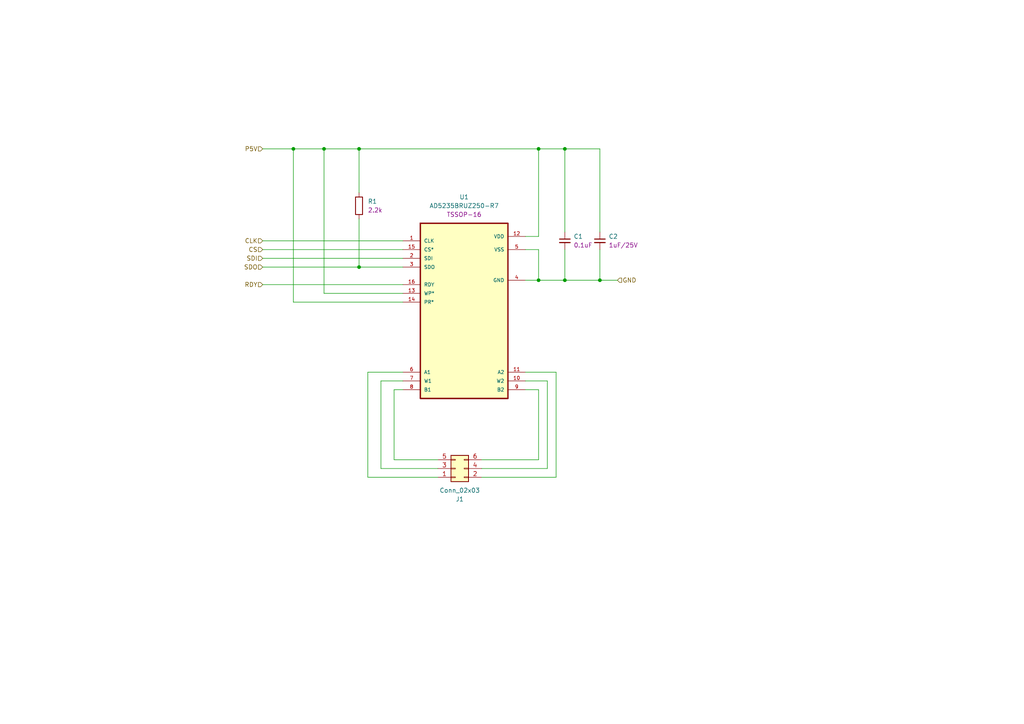
<source format=kicad_sch>
(kicad_sch (version 20230121) (generator eeschema)
  (paper "A4")
  (lib_symbols
    (symbol "Analog_local:AD5235BRUZ250-R7" (pin_names (offset 1.016))
      (property "Reference" "U" (at -4.4583 25.2979 0))
      (property "Value" "AD5235BRUZ250-R7" (at -5.2984 -31.2298 0))
      (property "PACKAGE" "TSSOP-16" (at 6.35 52.07 0))
      (symbol "AD5235BRUZ250-R7_0_0"
        (rectangle (start -12.7 -27.94) (end 12.7 22.86) (stroke (width 0.4064)) (fill (type background)))
        (pin passive line (at -17.78 17.78 0) (length 5.08) (name "CLK") (number "1"))
        (pin passive line (at 17.78 -22.86 180) (length 5.08) (name "W2") (number "10"))
        (pin passive line (at 17.78 -20.32 180) (length 5.08) (name "A2") (number "11"))
        (pin power_in line (at 17.78 19.05 180) (length 5.08) (name "VDD") (number "12"))
        (pin passive line (at -17.78 2.54 0) (length 5.08) (name "WP*") (number "13"))
        (pin passive line (at -17.78 0 0) (length 5.08) (name "PR*") (number "14"))
        (pin passive line (at -17.78 15.24 0) (length 5.08) (name "CS*") (number "15"))
        (pin passive line (at -17.78 5.08 0) (length 5.08) (name "RDY") (number "16"))
        (pin passive line (at -17.78 12.7 0) (length 5.08) (name "SDI") (number "2"))
        (pin passive line (at -17.78 10.16 0) (length 5.08) (name "SDO") (number "3"))
        (pin passive line (at 17.78 6.35 180) (length 5.08) (name "GND") (number "4"))
        (pin power_in line (at 17.78 15.24 180) (length 5.08) (name "VSS") (number "5"))
        (pin passive line (at -17.78 -20.32 0) (length 5.08) (name "A1") (number "6"))
        (pin passive line (at -17.78 -22.86 0) (length 5.08) (name "W1") (number "7"))
        (pin passive line (at -17.78 -25.4 0) (length 5.08) (name "B1") (number "8"))
        (pin passive line (at 17.78 -25.4 180) (length 5.08) (name "B2") (number "9"))
      )
    )
    (symbol "PCM_4ms_Capacitor:100nF_0603_16V" (pin_numbers hide) (pin_names (offset 0.254) hide)
      (property "Reference" "C" (at 1.905 1.27 0))
      (property "Display" "0.1uF" (at 1.905 -1.27 0))
      (symbol "100nF_0603_16V_0_1"
        (polyline (pts (xy -1.524 -0.508) (xy 1.524 -0.508)) (stroke (width 0.3302)))
        (polyline (pts (xy -1.524 0.508) (xy 1.524 0.508)) (stroke (width 0.3048)))
      )
      (symbol "100nF_0603_16V_1_1"
        (pin passive line (at 0 2.54 270) (length 2.032) (name "~") (number "1"))
        (pin passive line (at 0 -2.54 90) (length 2.032) (name "~") (number "2"))
      )
    )
    (symbol "PCM_4ms_Capacitor:1uF_0603_25V" (pin_numbers hide) (pin_names (offset 0.254) hide)
      (property "Reference" "C" (at 1.905 1.27 0))
      (property "Display" "1uF/25V" (at 1.905 -1.27 0))
      (symbol "1uF_0603_25V_0_1"
        (polyline (pts (xy -1.524 -0.508) (xy 1.524 -0.508)) (stroke (width 0.3302)))
        (polyline (pts (xy -1.524 0.508) (xy 1.524 0.508)) (stroke (width 0.3048)))
      )
      (symbol "1uF_0603_25V_1_1"
        (pin passive line (at 0 2.54 270) (length 2.032) (name "~") (number "1"))
        (pin passive line (at 0 -2.54 90) (length 2.032) (name "~") (number "2"))
      )
    )
    (symbol "PCM_4ms_Connector:Conn_02x03" (pin_names (offset 0.0254) hide)
      (property "Reference" "J" (at 0 5.08 0))
      (property "Value" "Conn_02x03" (at 0 7.62 0))
      (symbol "Conn_02x03_0_1"
        (rectangle (start -2.54 -2.413) (end -1.27 -2.667) (stroke (width 0.1524)))
        (rectangle (start -2.54 0.127) (end -1.27 -0.127) (stroke (width 0.1524)))
        (rectangle (start -2.54 2.667) (end -1.27 2.413) (stroke (width 0.1524)))
        (rectangle (start -2.54 3.81) (end 2.54 -3.81) (stroke (width 0.254)) (fill (type background)))
        (rectangle (start 1.27 -2.413) (end 2.54 -2.667) (stroke (width 0.1524)))
        (rectangle (start 1.27 0.127) (end 2.54 -0.127) (stroke (width 0.1524)))
        (rectangle (start 1.27 2.667) (end 2.54 2.413) (stroke (width 0.1524)))
      )
      (symbol "Conn_02x03_1_1"
        (pin passive line (at -6.35 2.54 0) (length 3.81) (name "+12V") (number "1"))
        (pin passive line (at 6.35 2.54 180) (length 3.81) (name "+12V") (number "2"))
        (pin passive line (at -6.35 0 0) (length 3.81) (name "GND") (number "3"))
        (pin passive line (at 6.35 0 180) (length 3.81) (name "GND") (number "4"))
        (pin passive line (at -6.35 -2.54 0) (length 3.81) (name "GND") (number "5"))
        (pin passive line (at 6.35 -2.54 180) (length 3.81) (name "GND") (number "6"))
      )
    )
    (symbol "PCM_4ms_Resistor:2.2k_0603" (pin_numbers hide) (pin_names (offset 0))
      (property "Reference" "R" (at 2.032 0 90))
      (property "Display" "2.2k" (at 3.81 0 90))
      (symbol "2.2k_0603_0_1"
        (rectangle (start -1.016 -2.54) (end 1.016 2.54) (stroke (width 0.254)))
      )
      (symbol "2.2k_0603_1_1"
        (pin passive line (at 0 3.81 270) (length 1.27) (name "~") (number "1"))
        (pin passive line (at 0 -3.81 90) (length 1.27) (name "~") (number "2"))
      )
    )
  )
  (junction (at 173.99 81.28))
  (junction (at 156.21 43.18))
  (junction (at 85.09 43.18))
  (junction (at 104.14 43.18))
  (junction (at 156.21 81.28))
  (junction (at 163.83 81.28))
  (junction (at 163.83 43.18))
  (junction (at 104.14 77.47))
  (junction (at 93.98 43.18))
  (wire (pts (xy 76.2 72.39) (xy 116.84 72.39)))
  (wire (pts (xy 127 135.89) (xy 110.49 135.89)))
  (wire (pts (xy 76.2 77.47) (xy 104.14 77.47)))
  (wire (pts (xy 163.83 43.18) (xy 173.99 43.18)))
  (wire (pts (xy 156.21 133.35) (xy 156.21 113.03)))
  (wire (pts (xy 163.83 43.18) (xy 163.83 67.31)))
  (wire (pts (xy 158.75 135.89) (xy 158.75 110.49)))
  (wire (pts (xy 76.2 74.93) (xy 116.84 74.93)))
  (wire (pts (xy 163.83 72.39) (xy 163.83 81.28)))
  (wire (pts (xy 152.4 81.28) (xy 156.21 81.28)))
  (wire (pts (xy 93.98 43.18) (xy 93.98 85.09)))
  (wire (pts (xy 156.21 43.18) (xy 163.83 43.18)))
  (wire (pts (xy 114.3 133.35) (xy 127 133.35)))
  (wire (pts (xy 158.75 110.49) (xy 152.4 110.49)))
  (wire (pts (xy 104.14 43.18) (xy 156.21 43.18)))
  (wire (pts (xy 173.99 81.28) (xy 179.07 81.28)))
  (wire (pts (xy 161.29 138.43) (xy 161.29 107.95)))
  (wire (pts (xy 93.98 85.09) (xy 116.84 85.09)))
  (wire (pts (xy 106.68 138.43) (xy 106.68 107.95)))
  (wire (pts (xy 173.99 81.28) (xy 163.83 81.28)))
  (wire (pts (xy 152.4 72.39) (xy 156.21 72.39)))
  (wire (pts (xy 156.21 43.18) (xy 156.21 68.58)))
  (wire (pts (xy 173.99 72.39) (xy 173.99 81.28)))
  (wire (pts (xy 156.21 72.39) (xy 156.21 81.28)))
  (wire (pts (xy 139.7 138.43) (xy 161.29 138.43)))
  (wire (pts (xy 114.3 113.03) (xy 114.3 133.35)))
  (wire (pts (xy 110.49 110.49) (xy 116.84 110.49)))
  (wire (pts (xy 173.99 43.18) (xy 173.99 67.31)))
  (wire (pts (xy 76.2 82.55) (xy 116.84 82.55)))
  (wire (pts (xy 139.7 135.89) (xy 158.75 135.89)))
  (wire (pts (xy 76.2 43.18) (xy 85.09 43.18)))
  (wire (pts (xy 76.2 69.85) (xy 116.84 69.85)))
  (wire (pts (xy 93.98 43.18) (xy 104.14 43.18)))
  (wire (pts (xy 116.84 113.03) (xy 114.3 113.03)))
  (wire (pts (xy 85.09 43.18) (xy 93.98 43.18)))
  (wire (pts (xy 85.09 43.18) (xy 85.09 87.63)))
  (wire (pts (xy 85.09 87.63) (xy 116.84 87.63)))
  (wire (pts (xy 127 138.43) (xy 106.68 138.43)))
  (wire (pts (xy 139.7 133.35) (xy 156.21 133.35)))
  (wire (pts (xy 104.14 43.18) (xy 104.14 55.88)))
  (wire (pts (xy 110.49 135.89) (xy 110.49 110.49)))
  (wire (pts (xy 104.14 77.47) (xy 116.84 77.47)))
  (wire (pts (xy 106.68 107.95) (xy 116.84 107.95)))
  (wire (pts (xy 163.83 81.28) (xy 156.21 81.28)))
  (wire (pts (xy 156.21 68.58) (xy 152.4 68.58)))
  (wire (pts (xy 104.14 63.5) (xy 104.14 77.47)))
  (wire (pts (xy 156.21 113.03) (xy 152.4 113.03)))
  (wire (pts (xy 152.4 107.95) (xy 161.29 107.95)))
  (hierarchical_label "SDI" (shape input) (at 76.2 74.93 180))
  (hierarchical_label "GND" (shape input) (at 179.07 81.28 0))
  (hierarchical_label "P5V" (shape input) (at 76.2 43.18 180))
  (hierarchical_label "CS" (shape input) (at 76.2 72.39 180))
  (hierarchical_label "RDY" (shape input) (at 76.2 82.55 180))
  (hierarchical_label "SDO" (shape input) (at 76.2 77.47 180))
  (hierarchical_label "CLK" (shape input) (at 76.2 69.85 180))
  (symbol (lib_id "PCM_4ms_Capacitor:100nF_0603_16V") (at 163.83 69.85 0) (unit 1)
    (property "Reference" "C1" (at 166.37 68.5863 0) (effects (justify left)))
    (property "Value" "100nF_0603_16V" (effects hide))
    (property "Footprint" "PCM_4ms_Capacitor:C_0603" (effects hide))
    (property "Specifications" "0.1uF, Min. 16V 10%, X7R or X5R or similar" (effects hide))
    (property "Manufacturer" "AVX Corporation" (effects hide))
    (property "Part Number" "0603YC104KAT2A" (effects hide))
    (property "Display" "0.1uF" (at 166.37 71.1263 0) (effects (justify left)))
    (property "JLCPCB ID" "C14663" (effects hide))
    (instances (project "Digital_resistor" (path "" (reference "C1") (unit 1)) (path "" (reference "C3") (unit 1)) (path "" (reference "C7") (unit 1)) (path "" (reference "C5") (unit 1))))
  )
  (symbol (lib_id "PCM_4ms_Connector:Conn_02x03") (at 133.35 135.89 0) (mirror x) (unit 1)
    (property "Reference" "J1" (at 133.35 144.78 0))
    (property "Value" "Conn_02x03" (at 133.35 142.24 0))
    (property "Footprint" "PCM_4ms_Connector:Pins_2x03_2.54mm_TH" (effects hide))
    (property "Specifications" "HEADER 2x3 MALE PINS 0.100” 180deg" (effects hide))
    (property "Manufacturer" "Cixi Langlin" (effects hide))
    (property "Part Number" "LL1009-2A, 2.54MM 2*3PIN HEADER,LENGTH=20MM" (effects hide))
    (instances (project "Digital_resistor" (path "" (reference "J1") (unit 1)) (path "" (reference "J2") (unit 1)) (path "" (reference "J3") (unit 1)) (path "" (reference "J4") (unit 1))))
  )
  (symbol (lib_id "Analog_local:AD5235BRUZ250-R7") (at 134.62 87.63 0) (unit 1)
    (property "Reference" "U1" (at 134.62 57.15 0))
    (property "Value" "AD5235BRUZ250-R7" (at 134.62 59.69 0))
    (property "Footprint" "Analog:SOP65P640X120-16N" (effects hide))
    (property "MF" "Analog Devices" (effects hide))
    (property "Description" "\nNonvolatile Memory, Dual 1024-Position Digital Potentiometer\n" (effects hide))
    (property "PACKAGE" "TSSOP-16" (at 134.62 62.23 0))
    (property "MPN" "AD5235BRUZ250-R7" (effects hide))
    (property "Price" "None" (effects hide))
    (property "Package" "TSSOP-16 Analog Devices" (effects hide))
    (property "OC_FARNELL" "1438433" (effects hide))
    (property "SnapEDA_Link" "https://www.snapeda.com/parts/AD5235BRUZ250-R7/Analog+Devices/view-part/?ref=snap" (effects hide))
    (property "MP" "AD5235BRUZ250-R7" (effects hide))
    (property "Purchase-URL" "https://www.snapeda.com/api/url_track_click_mouser/?unipart_id=1051330&manufacturer=Analog Devices&part_name=AD5235BRUZ250-R7&search_term=None" (effects hide))
    (property "SUPPLIER" "Analog Devices" (effects hide))
    (property "OC_NEWARK" "87H9799" (effects hide))
    (property "Availability" "In Stock" (effects hide))
    (property "Check_prices" "https://www.snapeda.com/parts/AD5235BRUZ250-R7/Analog+Devices/view-part/?ref=eda" (effects hide))
    (instances (project "Digital_resistor" (path "" (reference "U1") (unit 1)) (path "" (reference "U2") (unit 1)) (path "" (reference "U4") (unit 1)) (path "" (reference "U3") (unit 1))))
  )
  (symbol (lib_id "PCM_4ms_Capacitor:1uF_0603_25V") (at 173.99 69.85 0) (unit 1)
    (property "Reference" "C2" (at 176.53 68.5863 0) (effects (justify left)))
    (property "Value" "1uF_0603_25V" (effects hide))
    (property "Footprint" "PCM_4ms_Capacitor:C_0603" (effects hide))
    (property "Specifications" "1uF, Min. 25V, 0603, Ceramic/MLCC" (effects hide))
    (property "Manufacturer" "Murata" (effects hide))
    (property "Part Number" "GRM188R61E105KA12D" (effects hide))
    (property "Display" "1uF/25V" (at 176.53 71.1263 0) (effects (justify left)))
    (property "JLCPCB ID" "C15849" (effects hide))
    (instances (project "Digital_resistor" (path "" (reference "C2") (unit 1)) (path "" (reference "C4") (unit 1)) (path "" (reference "C8") (unit 1)) (path "" (reference "C6") (unit 1))))
  )
  (symbol (lib_id "PCM_4ms_Resistor:2.2k_0603") (at 104.14 59.69 0) (unit 1)
    (property "Reference" "R1" (at 106.68 58.42 0) (effects (justify left)))
    (property "Value" "2.2k_0603" (effects hide))
    (property "Footprint" "PCM_4ms_Resistor:R_0603" (effects hide))
    (property "Specifications" "2.2k, 1%, 1/10W, 0603" (effects hide))
    (property "Manufacturer" "Yageo" (effects hide))
    (property "Part Number" "RC0603FR-072K2L" (effects hide))
    (property "Display" "2.2k" (at 106.68 60.96 0) (effects (justify left)))
    (property "JLCPCB ID" "C4190" (effects hide))
    (instances (project "Digital_resistor" (path "" (reference "R1") (unit 1)) (path "" (reference "R2") (unit 1)) (path "" (reference "R3") (unit 1)) (path "" (reference "R4") (unit 1))))
  )
)
</source>
